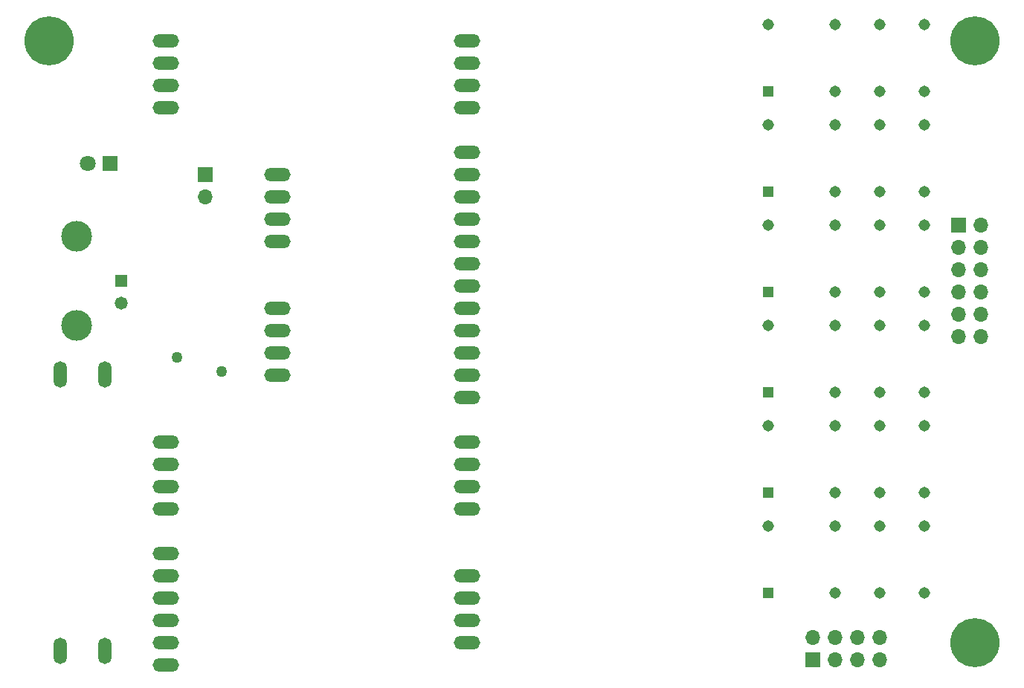
<source format=gts>
G04 #@! TF.GenerationSoftware,KiCad,Pcbnew,6.0.9-8da3e8f707~116~ubuntu20.04.1*
G04 #@! TF.CreationDate,2023-03-16T01:07:50+01:00*
G04 #@! TF.ProjectId,six_to_six,7369785f-746f-45f7-9369-782e6b696361,rev?*
G04 #@! TF.SameCoordinates,Original*
G04 #@! TF.FileFunction,Soldermask,Top*
G04 #@! TF.FilePolarity,Negative*
%FSLAX46Y46*%
G04 Gerber Fmt 4.6, Leading zero omitted, Abs format (unit mm)*
G04 Created by KiCad (PCBNEW 6.0.9-8da3e8f707~116~ubuntu20.04.1) date 2023-03-16 01:07:50*
%MOMM*%
%LPD*%
G01*
G04 APERTURE LIST*
%ADD10R,1.700000X1.700000*%
%ADD11O,1.700000X1.700000*%
%ADD12R,1.308000X1.308000*%
%ADD13C,1.308000*%
%ADD14O,3.000000X1.500000*%
%ADD15O,1.500000X3.000000*%
%ADD16C,5.600000*%
%ADD17R,1.800000X1.800000*%
%ADD18C,1.800000*%
%ADD19C,3.500000*%
%ADD20R,1.478000X1.478000*%
%ADD21C,1.478000*%
%ADD22C,1.270000*%
G04 APERTURE END LIST*
D10*
X732790000Y-234315000D03*
D11*
X732790000Y-231775000D03*
X735330000Y-234315000D03*
X735330000Y-231775000D03*
X737870000Y-234315000D03*
X737870000Y-231775000D03*
X740410000Y-234315000D03*
X740410000Y-231775000D03*
D12*
X727710000Y-203835000D03*
D13*
X735330000Y-203835000D03*
X740410000Y-203835000D03*
X745490000Y-203835000D03*
X745490000Y-196215000D03*
X740410000Y-196215000D03*
X735330000Y-196215000D03*
X727710000Y-196215000D03*
D14*
X659130000Y-163830000D03*
X659130000Y-168910000D03*
X659130000Y-166370000D03*
X659130000Y-171450000D03*
D12*
X727710000Y-192405000D03*
D13*
X735330000Y-192405000D03*
X740410000Y-192405000D03*
X745490000Y-192405000D03*
X745490000Y-184785000D03*
X740410000Y-184785000D03*
X735330000Y-184785000D03*
X727710000Y-184785000D03*
D15*
X652145000Y-201803000D03*
X652145000Y-233299000D03*
X647065000Y-201803000D03*
X647065000Y-233299000D03*
D14*
X659130000Y-209550000D03*
X659130000Y-214630000D03*
X659130000Y-212090000D03*
X659130000Y-217170000D03*
D16*
X751205000Y-163830000D03*
D14*
X693420000Y-163830000D03*
X693420000Y-168910000D03*
X693420000Y-166370000D03*
X693420000Y-171450000D03*
D12*
X727710000Y-169545000D03*
D13*
X735330000Y-169545000D03*
X740410000Y-169545000D03*
X745490000Y-169545000D03*
X745490000Y-161925000D03*
X740410000Y-161925000D03*
X735330000Y-161925000D03*
X727710000Y-161925000D03*
D16*
X645795000Y-163830000D03*
D14*
X693420000Y-191770000D03*
X693420000Y-199390000D03*
X693420000Y-194310000D03*
X693420000Y-201930000D03*
X693420000Y-196850000D03*
X693420000Y-204470000D03*
X693420000Y-209550000D03*
X693420000Y-214630000D03*
X693420000Y-212090000D03*
X693420000Y-217170000D03*
D12*
X727710000Y-180975000D03*
D13*
X735330000Y-180975000D03*
X740410000Y-180975000D03*
X745490000Y-180975000D03*
X745490000Y-173355000D03*
X740410000Y-173355000D03*
X735330000Y-173355000D03*
X727710000Y-173355000D03*
D10*
X749365000Y-184785000D03*
D11*
X751905000Y-184785000D03*
X749365000Y-187325000D03*
X751905000Y-187325000D03*
X749365000Y-189865000D03*
X751905000Y-189865000D03*
X749365000Y-192405000D03*
X751905000Y-192405000D03*
X749365000Y-194945000D03*
X751905000Y-194945000D03*
X749365000Y-197485000D03*
X751905000Y-197485000D03*
D14*
X671830000Y-179070000D03*
X671830000Y-184150000D03*
X671830000Y-181610000D03*
X671830000Y-186690000D03*
D17*
X652780000Y-177800000D03*
D18*
X650240000Y-177800000D03*
D12*
X727710000Y-215265000D03*
D13*
X735330000Y-215265000D03*
X740410000Y-215265000D03*
X745490000Y-215265000D03*
X745490000Y-207645000D03*
X740410000Y-207645000D03*
X735330000Y-207645000D03*
X727710000Y-207645000D03*
D19*
X648970000Y-196215000D03*
X648970000Y-186055000D03*
D20*
X654050000Y-191135000D03*
D21*
X654050000Y-193675000D03*
D16*
X751205000Y-232410000D03*
D10*
X663575000Y-179070000D03*
D11*
X663575000Y-181610000D03*
D22*
X660390000Y-199860000D03*
X665490000Y-201460000D03*
D12*
X727710000Y-226695000D03*
D13*
X735330000Y-226695000D03*
X740410000Y-226695000D03*
X745490000Y-226695000D03*
X745490000Y-219075000D03*
X740410000Y-219075000D03*
X735330000Y-219075000D03*
X727710000Y-219075000D03*
D14*
X659130000Y-222250000D03*
X659130000Y-229870000D03*
X659130000Y-224790000D03*
X659130000Y-232410000D03*
X659130000Y-227330000D03*
X659130000Y-234950000D03*
X693420000Y-224790000D03*
X693420000Y-229870000D03*
X693420000Y-227330000D03*
X693420000Y-232410000D03*
X693420000Y-176530000D03*
X693420000Y-184150000D03*
X693420000Y-179070000D03*
X693420000Y-186690000D03*
X693420000Y-181610000D03*
X693420000Y-189230000D03*
X671830000Y-194310000D03*
X671830000Y-199390000D03*
X671830000Y-196850000D03*
X671830000Y-201930000D03*
M02*

</source>
